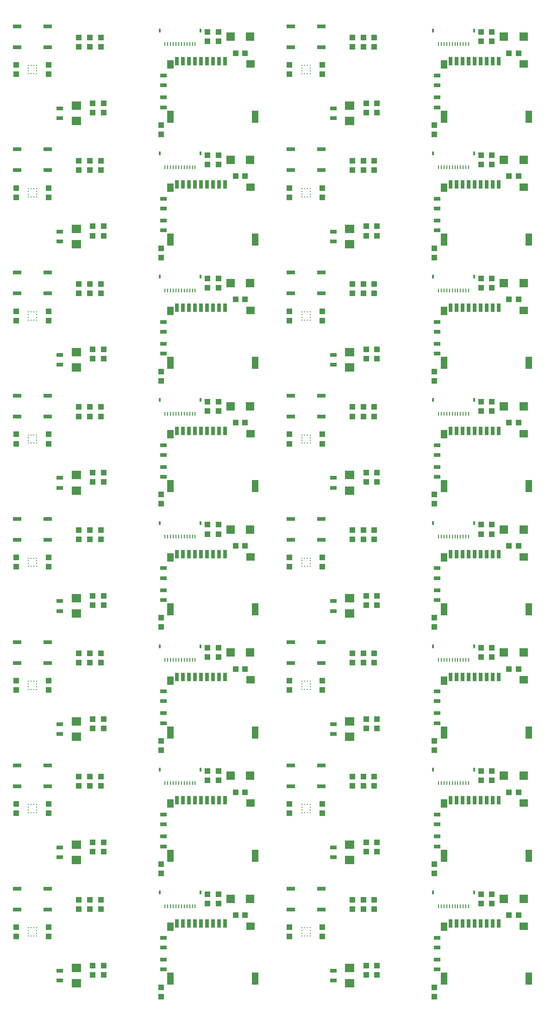
<source format=gtp>
G04 EAGLE Gerber RS-274X export*
G75*
%MOMM*%
%FSLAX34Y34*%
%LPD*%
%INSolderpaste Top*%
%IPPOS*%
%AMOC8*
5,1,8,0,0,1.08239X$1,22.5*%
G01*
%ADD10R,1.200000X0.800000*%
%ADD11R,1.000000X1.100000*%
%ADD12R,1.800000X1.600000*%
%ADD13R,1.100000X1.000000*%
%ADD14R,1.500000X1.600000*%
%ADD15R,0.400000X0.800000*%
%ADD16R,0.250000X0.650000*%
%ADD17R,0.250000X0.275000*%
%ADD18R,0.275000X0.250000*%
%ADD19R,1.524000X0.762000*%
%ADD20R,0.700000X1.600000*%
%ADD21R,1.200000X2.200000*%
%ADD22R,1.600000X1.400000*%
%ADD23R,1.200000X1.600000*%


D10*
X117500Y59000D03*
X117500Y41000D03*
X307500Y119000D03*
X307500Y101000D03*
X307500Y61000D03*
X307500Y79000D03*
D11*
X197500Y68500D03*
X197500Y51500D03*
D12*
X147500Y64000D03*
X147500Y36000D03*
D11*
X177500Y51500D03*
X177500Y68500D03*
X302500Y28500D03*
X302500Y11500D03*
X192500Y171500D03*
X192500Y188500D03*
X152500Y171500D03*
X152500Y188500D03*
X172500Y188500D03*
X172500Y171500D03*
X387500Y181500D03*
X387500Y198500D03*
D13*
X439000Y160000D03*
X456000Y160000D03*
D14*
X429500Y190000D03*
X465500Y190000D03*
D11*
X407500Y181500D03*
X407500Y198500D03*
D15*
X375000Y201500D03*
D16*
X365000Y176500D03*
X360000Y176500D03*
D15*
X300000Y201500D03*
D16*
X355000Y176500D03*
X350000Y176500D03*
X345000Y176500D03*
X340000Y176500D03*
X335000Y176500D03*
X330000Y176500D03*
X325000Y176500D03*
X320000Y176500D03*
X315000Y176500D03*
X310000Y176500D03*
D17*
X65000Y122500D03*
X70000Y122500D03*
X70000Y137500D03*
X65000Y137500D03*
D18*
X60000Y137500D03*
X60000Y132500D03*
X60000Y122500D03*
X60000Y127500D03*
X75000Y122500D03*
X75000Y127500D03*
X75000Y132500D03*
X75000Y137500D03*
D11*
X37500Y121500D03*
X37500Y138500D03*
X97500Y121500D03*
X97500Y138500D03*
D19*
X95440Y170950D03*
X39560Y170950D03*
X95440Y209050D03*
X39560Y209050D03*
D20*
X398000Y145000D03*
X409000Y145000D03*
X420000Y145000D03*
X387000Y145000D03*
X376000Y145000D03*
X365000Y145000D03*
X354000Y145000D03*
X343000Y145000D03*
X332000Y145000D03*
D21*
X475000Y44000D03*
X320000Y44000D03*
D22*
X466000Y140000D03*
D23*
X320000Y139000D03*
D10*
X617575Y59000D03*
X617575Y41000D03*
X807575Y119000D03*
X807575Y101000D03*
X807575Y61000D03*
X807575Y79000D03*
D11*
X697575Y68500D03*
X697575Y51500D03*
D12*
X647575Y64000D03*
X647575Y36000D03*
D11*
X677575Y51500D03*
X677575Y68500D03*
X802575Y28500D03*
X802575Y11500D03*
X692575Y171500D03*
X692575Y188500D03*
X652575Y171500D03*
X652575Y188500D03*
X672575Y188500D03*
X672575Y171500D03*
X887575Y181500D03*
X887575Y198500D03*
D13*
X939075Y160000D03*
X956075Y160000D03*
D14*
X929575Y190000D03*
X965575Y190000D03*
D11*
X907575Y181500D03*
X907575Y198500D03*
D15*
X875075Y201500D03*
D16*
X865075Y176500D03*
X860075Y176500D03*
D15*
X800075Y201500D03*
D16*
X855075Y176500D03*
X850075Y176500D03*
X845075Y176500D03*
X840075Y176500D03*
X835075Y176500D03*
X830075Y176500D03*
X825075Y176500D03*
X820075Y176500D03*
X815075Y176500D03*
X810075Y176500D03*
D17*
X565075Y122500D03*
X570075Y122500D03*
X570075Y137500D03*
X565075Y137500D03*
D18*
X560075Y137500D03*
X560075Y132500D03*
X560075Y122500D03*
X560075Y127500D03*
X575075Y122500D03*
X575075Y127500D03*
X575075Y132500D03*
X575075Y137500D03*
D11*
X537575Y121500D03*
X537575Y138500D03*
X597575Y121500D03*
X597575Y138500D03*
D19*
X595515Y170950D03*
X539635Y170950D03*
X595515Y209050D03*
X539635Y209050D03*
D20*
X898075Y145000D03*
X909075Y145000D03*
X920075Y145000D03*
X887075Y145000D03*
X876075Y145000D03*
X865075Y145000D03*
X854075Y145000D03*
X843075Y145000D03*
X832075Y145000D03*
D21*
X975075Y44000D03*
X820075Y44000D03*
D22*
X966075Y140000D03*
D23*
X820075Y139000D03*
D10*
X117500Y284069D03*
X117500Y266069D03*
X307500Y344069D03*
X307500Y326069D03*
X307500Y286069D03*
X307500Y304069D03*
D11*
X197500Y293569D03*
X197500Y276569D03*
D12*
X147500Y289069D03*
X147500Y261069D03*
D11*
X177500Y276569D03*
X177500Y293569D03*
X302500Y253569D03*
X302500Y236569D03*
X192500Y396569D03*
X192500Y413569D03*
X152500Y396569D03*
X152500Y413569D03*
X172500Y413569D03*
X172500Y396569D03*
X387500Y406569D03*
X387500Y423569D03*
D13*
X439000Y385069D03*
X456000Y385069D03*
D14*
X429500Y415069D03*
X465500Y415069D03*
D11*
X407500Y406569D03*
X407500Y423569D03*
D15*
X375000Y426569D03*
D16*
X365000Y401569D03*
X360000Y401569D03*
D15*
X300000Y426569D03*
D16*
X355000Y401569D03*
X350000Y401569D03*
X345000Y401569D03*
X340000Y401569D03*
X335000Y401569D03*
X330000Y401569D03*
X325000Y401569D03*
X320000Y401569D03*
X315000Y401569D03*
X310000Y401569D03*
D17*
X65000Y347569D03*
X70000Y347569D03*
X70000Y362569D03*
X65000Y362569D03*
D18*
X60000Y362569D03*
X60000Y357569D03*
X60000Y347569D03*
X60000Y352569D03*
X75000Y347569D03*
X75000Y352569D03*
X75000Y357569D03*
X75000Y362569D03*
D11*
X37500Y346569D03*
X37500Y363569D03*
X97500Y346569D03*
X97500Y363569D03*
D19*
X95440Y396019D03*
X39560Y396019D03*
X95440Y434119D03*
X39560Y434119D03*
D20*
X398000Y370069D03*
X409000Y370069D03*
X420000Y370069D03*
X387000Y370069D03*
X376000Y370069D03*
X365000Y370069D03*
X354000Y370069D03*
X343000Y370069D03*
X332000Y370069D03*
D21*
X475000Y269069D03*
X320000Y269069D03*
D22*
X466000Y365069D03*
D23*
X320000Y364069D03*
D10*
X617575Y284069D03*
X617575Y266069D03*
X807575Y344069D03*
X807575Y326069D03*
X807575Y286069D03*
X807575Y304069D03*
D11*
X697575Y293569D03*
X697575Y276569D03*
D12*
X647575Y289069D03*
X647575Y261069D03*
D11*
X677575Y276569D03*
X677575Y293569D03*
X802575Y253569D03*
X802575Y236569D03*
X692575Y396569D03*
X692575Y413569D03*
X652575Y396569D03*
X652575Y413569D03*
X672575Y413569D03*
X672575Y396569D03*
X887575Y406569D03*
X887575Y423569D03*
D13*
X939075Y385069D03*
X956075Y385069D03*
D14*
X929575Y415069D03*
X965575Y415069D03*
D11*
X907575Y406569D03*
X907575Y423569D03*
D15*
X875075Y426569D03*
D16*
X865075Y401569D03*
X860075Y401569D03*
D15*
X800075Y426569D03*
D16*
X855075Y401569D03*
X850075Y401569D03*
X845075Y401569D03*
X840075Y401569D03*
X835075Y401569D03*
X830075Y401569D03*
X825075Y401569D03*
X820075Y401569D03*
X815075Y401569D03*
X810075Y401569D03*
D17*
X565075Y347569D03*
X570075Y347569D03*
X570075Y362569D03*
X565075Y362569D03*
D18*
X560075Y362569D03*
X560075Y357569D03*
X560075Y347569D03*
X560075Y352569D03*
X575075Y347569D03*
X575075Y352569D03*
X575075Y357569D03*
X575075Y362569D03*
D11*
X537575Y346569D03*
X537575Y363569D03*
X597575Y346569D03*
X597575Y363569D03*
D19*
X595515Y396019D03*
X539635Y396019D03*
X595515Y434119D03*
X539635Y434119D03*
D20*
X898075Y370069D03*
X909075Y370069D03*
X920075Y370069D03*
X887075Y370069D03*
X876075Y370069D03*
X865075Y370069D03*
X854075Y370069D03*
X843075Y370069D03*
X832075Y370069D03*
D21*
X975075Y269069D03*
X820075Y269069D03*
D22*
X966075Y365069D03*
D23*
X820075Y364069D03*
D10*
X117500Y509164D03*
X117500Y491164D03*
X307500Y569164D03*
X307500Y551164D03*
X307500Y511164D03*
X307500Y529164D03*
D11*
X197500Y518664D03*
X197500Y501664D03*
D12*
X147500Y514164D03*
X147500Y486164D03*
D11*
X177500Y501664D03*
X177500Y518664D03*
X302500Y478664D03*
X302500Y461664D03*
X192500Y621664D03*
X192500Y638664D03*
X152500Y621664D03*
X152500Y638664D03*
X172500Y638664D03*
X172500Y621664D03*
X387500Y631664D03*
X387500Y648664D03*
D13*
X439000Y610164D03*
X456000Y610164D03*
D14*
X429500Y640164D03*
X465500Y640164D03*
D11*
X407500Y631664D03*
X407500Y648664D03*
D15*
X375000Y651664D03*
D16*
X365000Y626664D03*
X360000Y626664D03*
D15*
X300000Y651664D03*
D16*
X355000Y626664D03*
X350000Y626664D03*
X345000Y626664D03*
X340000Y626664D03*
X335000Y626664D03*
X330000Y626664D03*
X325000Y626664D03*
X320000Y626664D03*
X315000Y626664D03*
X310000Y626664D03*
D17*
X65000Y572664D03*
X70000Y572664D03*
X70000Y587664D03*
X65000Y587664D03*
D18*
X60000Y587664D03*
X60000Y582664D03*
X60000Y572664D03*
X60000Y577664D03*
X75000Y572664D03*
X75000Y577664D03*
X75000Y582664D03*
X75000Y587664D03*
D11*
X37500Y571664D03*
X37500Y588664D03*
X97500Y571664D03*
X97500Y588664D03*
D19*
X95440Y621114D03*
X39560Y621114D03*
X95440Y659214D03*
X39560Y659214D03*
D20*
X398000Y595164D03*
X409000Y595164D03*
X420000Y595164D03*
X387000Y595164D03*
X376000Y595164D03*
X365000Y595164D03*
X354000Y595164D03*
X343000Y595164D03*
X332000Y595164D03*
D21*
X475000Y494164D03*
X320000Y494164D03*
D22*
X466000Y590164D03*
D23*
X320000Y589164D03*
D10*
X617575Y509164D03*
X617575Y491164D03*
X807575Y569164D03*
X807575Y551164D03*
X807575Y511164D03*
X807575Y529164D03*
D11*
X697575Y518664D03*
X697575Y501664D03*
D12*
X647575Y514164D03*
X647575Y486164D03*
D11*
X677575Y501664D03*
X677575Y518664D03*
X802575Y478664D03*
X802575Y461664D03*
X692575Y621664D03*
X692575Y638664D03*
X652575Y621664D03*
X652575Y638664D03*
X672575Y638664D03*
X672575Y621664D03*
X887575Y631664D03*
X887575Y648664D03*
D13*
X939075Y610164D03*
X956075Y610164D03*
D14*
X929575Y640164D03*
X965575Y640164D03*
D11*
X907575Y631664D03*
X907575Y648664D03*
D15*
X875075Y651664D03*
D16*
X865075Y626664D03*
X860075Y626664D03*
D15*
X800075Y651664D03*
D16*
X855075Y626664D03*
X850075Y626664D03*
X845075Y626664D03*
X840075Y626664D03*
X835075Y626664D03*
X830075Y626664D03*
X825075Y626664D03*
X820075Y626664D03*
X815075Y626664D03*
X810075Y626664D03*
D17*
X565075Y572664D03*
X570075Y572664D03*
X570075Y587664D03*
X565075Y587664D03*
D18*
X560075Y587664D03*
X560075Y582664D03*
X560075Y572664D03*
X560075Y577664D03*
X575075Y572664D03*
X575075Y577664D03*
X575075Y582664D03*
X575075Y587664D03*
D11*
X537575Y571664D03*
X537575Y588664D03*
X597575Y571664D03*
X597575Y588664D03*
D19*
X595515Y621114D03*
X539635Y621114D03*
X595515Y659214D03*
X539635Y659214D03*
D20*
X898075Y595164D03*
X909075Y595164D03*
X920075Y595164D03*
X887075Y595164D03*
X876075Y595164D03*
X865075Y595164D03*
X854075Y595164D03*
X843075Y595164D03*
X832075Y595164D03*
D21*
X975075Y494164D03*
X820075Y494164D03*
D22*
X966075Y590164D03*
D23*
X820075Y589164D03*
D10*
X117500Y734234D03*
X117500Y716234D03*
X307500Y794234D03*
X307500Y776234D03*
X307500Y736234D03*
X307500Y754234D03*
D11*
X197500Y743734D03*
X197500Y726734D03*
D12*
X147500Y739234D03*
X147500Y711234D03*
D11*
X177500Y726734D03*
X177500Y743734D03*
X302500Y703734D03*
X302500Y686734D03*
X192500Y846734D03*
X192500Y863734D03*
X152500Y846734D03*
X152500Y863734D03*
X172500Y863734D03*
X172500Y846734D03*
X387500Y856734D03*
X387500Y873734D03*
D13*
X439000Y835234D03*
X456000Y835234D03*
D14*
X429500Y865234D03*
X465500Y865234D03*
D11*
X407500Y856734D03*
X407500Y873734D03*
D15*
X375000Y876734D03*
D16*
X365000Y851734D03*
X360000Y851734D03*
D15*
X300000Y876734D03*
D16*
X355000Y851734D03*
X350000Y851734D03*
X345000Y851734D03*
X340000Y851734D03*
X335000Y851734D03*
X330000Y851734D03*
X325000Y851734D03*
X320000Y851734D03*
X315000Y851734D03*
X310000Y851734D03*
D17*
X65000Y797734D03*
X70000Y797734D03*
X70000Y812734D03*
X65000Y812734D03*
D18*
X60000Y812734D03*
X60000Y807734D03*
X60000Y797734D03*
X60000Y802734D03*
X75000Y797734D03*
X75000Y802734D03*
X75000Y807734D03*
X75000Y812734D03*
D11*
X37500Y796734D03*
X37500Y813734D03*
X97500Y796734D03*
X97500Y813734D03*
D19*
X95440Y846184D03*
X39560Y846184D03*
X95440Y884284D03*
X39560Y884284D03*
D20*
X398000Y820234D03*
X409000Y820234D03*
X420000Y820234D03*
X387000Y820234D03*
X376000Y820234D03*
X365000Y820234D03*
X354000Y820234D03*
X343000Y820234D03*
X332000Y820234D03*
D21*
X475000Y719234D03*
X320000Y719234D03*
D22*
X466000Y815234D03*
D23*
X320000Y814234D03*
D10*
X617575Y734234D03*
X617575Y716234D03*
X807575Y794234D03*
X807575Y776234D03*
X807575Y736234D03*
X807575Y754234D03*
D11*
X697575Y743734D03*
X697575Y726734D03*
D12*
X647575Y739234D03*
X647575Y711234D03*
D11*
X677575Y726734D03*
X677575Y743734D03*
X802575Y703734D03*
X802575Y686734D03*
X692575Y846734D03*
X692575Y863734D03*
X652575Y846734D03*
X652575Y863734D03*
X672575Y863734D03*
X672575Y846734D03*
X887575Y856734D03*
X887575Y873734D03*
D13*
X939075Y835234D03*
X956075Y835234D03*
D14*
X929575Y865234D03*
X965575Y865234D03*
D11*
X907575Y856734D03*
X907575Y873734D03*
D15*
X875075Y876734D03*
D16*
X865075Y851734D03*
X860075Y851734D03*
D15*
X800075Y876734D03*
D16*
X855075Y851734D03*
X850075Y851734D03*
X845075Y851734D03*
X840075Y851734D03*
X835075Y851734D03*
X830075Y851734D03*
X825075Y851734D03*
X820075Y851734D03*
X815075Y851734D03*
X810075Y851734D03*
D17*
X565075Y797734D03*
X570075Y797734D03*
X570075Y812734D03*
X565075Y812734D03*
D18*
X560075Y812734D03*
X560075Y807734D03*
X560075Y797734D03*
X560075Y802734D03*
X575075Y797734D03*
X575075Y802734D03*
X575075Y807734D03*
X575075Y812734D03*
D11*
X537575Y796734D03*
X537575Y813734D03*
X597575Y796734D03*
X597575Y813734D03*
D19*
X595515Y846184D03*
X539635Y846184D03*
X595515Y884284D03*
X539635Y884284D03*
D20*
X898075Y820234D03*
X909075Y820234D03*
X920075Y820234D03*
X887075Y820234D03*
X876075Y820234D03*
X865075Y820234D03*
X854075Y820234D03*
X843075Y820234D03*
X832075Y820234D03*
D21*
X975075Y719234D03*
X820075Y719234D03*
D22*
X966075Y815234D03*
D23*
X820075Y814234D03*
D10*
X117500Y959328D03*
X117500Y941328D03*
X307500Y1019328D03*
X307500Y1001328D03*
X307500Y961328D03*
X307500Y979328D03*
D11*
X197500Y968828D03*
X197500Y951828D03*
D12*
X147500Y964328D03*
X147500Y936328D03*
D11*
X177500Y951828D03*
X177500Y968828D03*
X302500Y928828D03*
X302500Y911828D03*
X192500Y1071828D03*
X192500Y1088828D03*
X152500Y1071828D03*
X152500Y1088828D03*
X172500Y1088828D03*
X172500Y1071828D03*
X387500Y1081828D03*
X387500Y1098828D03*
D13*
X439000Y1060328D03*
X456000Y1060328D03*
D14*
X429500Y1090328D03*
X465500Y1090328D03*
D11*
X407500Y1081828D03*
X407500Y1098828D03*
D15*
X375000Y1101828D03*
D16*
X365000Y1076828D03*
X360000Y1076828D03*
D15*
X300000Y1101828D03*
D16*
X355000Y1076828D03*
X350000Y1076828D03*
X345000Y1076828D03*
X340000Y1076828D03*
X335000Y1076828D03*
X330000Y1076828D03*
X325000Y1076828D03*
X320000Y1076828D03*
X315000Y1076828D03*
X310000Y1076828D03*
D17*
X65000Y1022828D03*
X70000Y1022828D03*
X70000Y1037828D03*
X65000Y1037828D03*
D18*
X60000Y1037828D03*
X60000Y1032828D03*
X60000Y1022828D03*
X60000Y1027828D03*
X75000Y1022828D03*
X75000Y1027828D03*
X75000Y1032828D03*
X75000Y1037828D03*
D11*
X37500Y1021828D03*
X37500Y1038828D03*
X97500Y1021828D03*
X97500Y1038828D03*
D19*
X95440Y1071278D03*
X39560Y1071278D03*
X95440Y1109378D03*
X39560Y1109378D03*
D20*
X398000Y1045328D03*
X409000Y1045328D03*
X420000Y1045328D03*
X387000Y1045328D03*
X376000Y1045328D03*
X365000Y1045328D03*
X354000Y1045328D03*
X343000Y1045328D03*
X332000Y1045328D03*
D21*
X475000Y944328D03*
X320000Y944328D03*
D22*
X466000Y1040328D03*
D23*
X320000Y1039328D03*
D10*
X617575Y959328D03*
X617575Y941328D03*
X807575Y1019328D03*
X807575Y1001328D03*
X807575Y961328D03*
X807575Y979328D03*
D11*
X697575Y968828D03*
X697575Y951828D03*
D12*
X647575Y964328D03*
X647575Y936328D03*
D11*
X677575Y951828D03*
X677575Y968828D03*
X802575Y928828D03*
X802575Y911828D03*
X692575Y1071828D03*
X692575Y1088828D03*
X652575Y1071828D03*
X652575Y1088828D03*
X672575Y1088828D03*
X672575Y1071828D03*
X887575Y1081828D03*
X887575Y1098828D03*
D13*
X939075Y1060328D03*
X956075Y1060328D03*
D14*
X929575Y1090328D03*
X965575Y1090328D03*
D11*
X907575Y1081828D03*
X907575Y1098828D03*
D15*
X875075Y1101828D03*
D16*
X865075Y1076828D03*
X860075Y1076828D03*
D15*
X800075Y1101828D03*
D16*
X855075Y1076828D03*
X850075Y1076828D03*
X845075Y1076828D03*
X840075Y1076828D03*
X835075Y1076828D03*
X830075Y1076828D03*
X825075Y1076828D03*
X820075Y1076828D03*
X815075Y1076828D03*
X810075Y1076828D03*
D17*
X565075Y1022828D03*
X570075Y1022828D03*
X570075Y1037828D03*
X565075Y1037828D03*
D18*
X560075Y1037828D03*
X560075Y1032828D03*
X560075Y1022828D03*
X560075Y1027828D03*
X575075Y1022828D03*
X575075Y1027828D03*
X575075Y1032828D03*
X575075Y1037828D03*
D11*
X537575Y1021828D03*
X537575Y1038828D03*
X597575Y1021828D03*
X597575Y1038828D03*
D19*
X595515Y1071278D03*
X539635Y1071278D03*
X595515Y1109378D03*
X539635Y1109378D03*
D20*
X898075Y1045328D03*
X909075Y1045328D03*
X920075Y1045328D03*
X887075Y1045328D03*
X876075Y1045328D03*
X865075Y1045328D03*
X854075Y1045328D03*
X843075Y1045328D03*
X832075Y1045328D03*
D21*
X975075Y944328D03*
X820075Y944328D03*
D22*
X966075Y1040328D03*
D23*
X820075Y1039328D03*
D10*
X117500Y1184398D03*
X117500Y1166398D03*
X307500Y1244398D03*
X307500Y1226398D03*
X307500Y1186398D03*
X307500Y1204398D03*
D11*
X197500Y1193898D03*
X197500Y1176898D03*
D12*
X147500Y1189398D03*
X147500Y1161398D03*
D11*
X177500Y1176898D03*
X177500Y1193898D03*
X302500Y1153898D03*
X302500Y1136898D03*
X192500Y1296898D03*
X192500Y1313898D03*
X152500Y1296898D03*
X152500Y1313898D03*
X172500Y1313898D03*
X172500Y1296898D03*
X387500Y1306898D03*
X387500Y1323898D03*
D13*
X439000Y1285398D03*
X456000Y1285398D03*
D14*
X429500Y1315398D03*
X465500Y1315398D03*
D11*
X407500Y1306898D03*
X407500Y1323898D03*
D15*
X375000Y1326898D03*
D16*
X365000Y1301898D03*
X360000Y1301898D03*
D15*
X300000Y1326898D03*
D16*
X355000Y1301898D03*
X350000Y1301898D03*
X345000Y1301898D03*
X340000Y1301898D03*
X335000Y1301898D03*
X330000Y1301898D03*
X325000Y1301898D03*
X320000Y1301898D03*
X315000Y1301898D03*
X310000Y1301898D03*
D17*
X65000Y1247898D03*
X70000Y1247898D03*
X70000Y1262898D03*
X65000Y1262898D03*
D18*
X60000Y1262898D03*
X60000Y1257898D03*
X60000Y1247898D03*
X60000Y1252898D03*
X75000Y1247898D03*
X75000Y1252898D03*
X75000Y1257898D03*
X75000Y1262898D03*
D11*
X37500Y1246898D03*
X37500Y1263898D03*
X97500Y1246898D03*
X97500Y1263898D03*
D19*
X95440Y1296348D03*
X39560Y1296348D03*
X95440Y1334448D03*
X39560Y1334448D03*
D20*
X398000Y1270398D03*
X409000Y1270398D03*
X420000Y1270398D03*
X387000Y1270398D03*
X376000Y1270398D03*
X365000Y1270398D03*
X354000Y1270398D03*
X343000Y1270398D03*
X332000Y1270398D03*
D21*
X475000Y1169398D03*
X320000Y1169398D03*
D22*
X466000Y1265398D03*
D23*
X320000Y1264398D03*
D10*
X617575Y1184398D03*
X617575Y1166398D03*
X807575Y1244398D03*
X807575Y1226398D03*
X807575Y1186398D03*
X807575Y1204398D03*
D11*
X697575Y1193898D03*
X697575Y1176898D03*
D12*
X647575Y1189398D03*
X647575Y1161398D03*
D11*
X677575Y1176898D03*
X677575Y1193898D03*
X802575Y1153898D03*
X802575Y1136898D03*
X692575Y1296898D03*
X692575Y1313898D03*
X652575Y1296898D03*
X652575Y1313898D03*
X672575Y1313898D03*
X672575Y1296898D03*
X887575Y1306898D03*
X887575Y1323898D03*
D13*
X939075Y1285398D03*
X956075Y1285398D03*
D14*
X929575Y1315398D03*
X965575Y1315398D03*
D11*
X907575Y1306898D03*
X907575Y1323898D03*
D15*
X875075Y1326898D03*
D16*
X865075Y1301898D03*
X860075Y1301898D03*
D15*
X800075Y1326898D03*
D16*
X855075Y1301898D03*
X850075Y1301898D03*
X845075Y1301898D03*
X840075Y1301898D03*
X835075Y1301898D03*
X830075Y1301898D03*
X825075Y1301898D03*
X820075Y1301898D03*
X815075Y1301898D03*
X810075Y1301898D03*
D17*
X565075Y1247898D03*
X570075Y1247898D03*
X570075Y1262898D03*
X565075Y1262898D03*
D18*
X560075Y1262898D03*
X560075Y1257898D03*
X560075Y1247898D03*
X560075Y1252898D03*
X575075Y1247898D03*
X575075Y1252898D03*
X575075Y1257898D03*
X575075Y1262898D03*
D11*
X537575Y1246898D03*
X537575Y1263898D03*
X597575Y1246898D03*
X597575Y1263898D03*
D19*
X595515Y1296348D03*
X539635Y1296348D03*
X595515Y1334448D03*
X539635Y1334448D03*
D20*
X898075Y1270398D03*
X909075Y1270398D03*
X920075Y1270398D03*
X887075Y1270398D03*
X876075Y1270398D03*
X865075Y1270398D03*
X854075Y1270398D03*
X843075Y1270398D03*
X832075Y1270398D03*
D21*
X975075Y1169398D03*
X820075Y1169398D03*
D22*
X966075Y1265398D03*
D23*
X820075Y1264398D03*
D10*
X117500Y1409493D03*
X117500Y1391493D03*
X307500Y1469493D03*
X307500Y1451493D03*
X307500Y1411493D03*
X307500Y1429493D03*
D11*
X197500Y1418993D03*
X197500Y1401993D03*
D12*
X147500Y1414493D03*
X147500Y1386493D03*
D11*
X177500Y1401993D03*
X177500Y1418993D03*
X302500Y1378993D03*
X302500Y1361993D03*
X192500Y1521993D03*
X192500Y1538993D03*
X152500Y1521993D03*
X152500Y1538993D03*
X172500Y1538993D03*
X172500Y1521993D03*
X387500Y1531993D03*
X387500Y1548993D03*
D13*
X439000Y1510493D03*
X456000Y1510493D03*
D14*
X429500Y1540493D03*
X465500Y1540493D03*
D11*
X407500Y1531993D03*
X407500Y1548993D03*
D15*
X375000Y1551993D03*
D16*
X365000Y1526993D03*
X360000Y1526993D03*
D15*
X300000Y1551993D03*
D16*
X355000Y1526993D03*
X350000Y1526993D03*
X345000Y1526993D03*
X340000Y1526993D03*
X335000Y1526993D03*
X330000Y1526993D03*
X325000Y1526993D03*
X320000Y1526993D03*
X315000Y1526993D03*
X310000Y1526993D03*
D17*
X65000Y1472993D03*
X70000Y1472993D03*
X70000Y1487993D03*
X65000Y1487993D03*
D18*
X60000Y1487993D03*
X60000Y1482993D03*
X60000Y1472993D03*
X60000Y1477993D03*
X75000Y1472993D03*
X75000Y1477993D03*
X75000Y1482993D03*
X75000Y1487993D03*
D11*
X37500Y1471993D03*
X37500Y1488993D03*
X97500Y1471993D03*
X97500Y1488993D03*
D19*
X95440Y1521443D03*
X39560Y1521443D03*
X95440Y1559543D03*
X39560Y1559543D03*
D20*
X398000Y1495493D03*
X409000Y1495493D03*
X420000Y1495493D03*
X387000Y1495493D03*
X376000Y1495493D03*
X365000Y1495493D03*
X354000Y1495493D03*
X343000Y1495493D03*
X332000Y1495493D03*
D21*
X475000Y1394493D03*
X320000Y1394493D03*
D22*
X466000Y1490493D03*
D23*
X320000Y1489493D03*
D10*
X617575Y1409493D03*
X617575Y1391493D03*
X807575Y1469493D03*
X807575Y1451493D03*
X807575Y1411493D03*
X807575Y1429493D03*
D11*
X697575Y1418993D03*
X697575Y1401993D03*
D12*
X647575Y1414493D03*
X647575Y1386493D03*
D11*
X677575Y1401993D03*
X677575Y1418993D03*
X802575Y1378993D03*
X802575Y1361993D03*
X692575Y1521993D03*
X692575Y1538993D03*
X652575Y1521993D03*
X652575Y1538993D03*
X672575Y1538993D03*
X672575Y1521993D03*
X887575Y1531993D03*
X887575Y1548993D03*
D13*
X939075Y1510493D03*
X956075Y1510493D03*
D14*
X929575Y1540493D03*
X965575Y1540493D03*
D11*
X907575Y1531993D03*
X907575Y1548993D03*
D15*
X875075Y1551993D03*
D16*
X865075Y1526993D03*
X860075Y1526993D03*
D15*
X800075Y1551993D03*
D16*
X855075Y1526993D03*
X850075Y1526993D03*
X845075Y1526993D03*
X840075Y1526993D03*
X835075Y1526993D03*
X830075Y1526993D03*
X825075Y1526993D03*
X820075Y1526993D03*
X815075Y1526993D03*
X810075Y1526993D03*
D17*
X565075Y1472993D03*
X570075Y1472993D03*
X570075Y1487993D03*
X565075Y1487993D03*
D18*
X560075Y1487993D03*
X560075Y1482993D03*
X560075Y1472993D03*
X560075Y1477993D03*
X575075Y1472993D03*
X575075Y1477993D03*
X575075Y1482993D03*
X575075Y1487993D03*
D11*
X537575Y1471993D03*
X537575Y1488993D03*
X597575Y1471993D03*
X597575Y1488993D03*
D19*
X595515Y1521443D03*
X539635Y1521443D03*
X595515Y1559543D03*
X539635Y1559543D03*
D20*
X898075Y1495493D03*
X909075Y1495493D03*
X920075Y1495493D03*
X887075Y1495493D03*
X876075Y1495493D03*
X865075Y1495493D03*
X854075Y1495493D03*
X843075Y1495493D03*
X832075Y1495493D03*
D21*
X975075Y1394493D03*
X820075Y1394493D03*
D22*
X966075Y1490493D03*
D23*
X820075Y1489493D03*
D10*
X117500Y1634562D03*
X117500Y1616562D03*
X307500Y1694562D03*
X307500Y1676562D03*
X307500Y1636562D03*
X307500Y1654562D03*
D11*
X197500Y1644062D03*
X197500Y1627062D03*
D12*
X147500Y1639562D03*
X147500Y1611562D03*
D11*
X177500Y1627062D03*
X177500Y1644062D03*
X302500Y1604062D03*
X302500Y1587062D03*
X192500Y1747062D03*
X192500Y1764062D03*
X152500Y1747062D03*
X152500Y1764062D03*
X172500Y1764062D03*
X172500Y1747062D03*
X387500Y1757062D03*
X387500Y1774062D03*
D13*
X439000Y1735562D03*
X456000Y1735562D03*
D14*
X429500Y1765562D03*
X465500Y1765562D03*
D11*
X407500Y1757062D03*
X407500Y1774062D03*
D15*
X375000Y1777062D03*
D16*
X365000Y1752062D03*
X360000Y1752062D03*
D15*
X300000Y1777062D03*
D16*
X355000Y1752062D03*
X350000Y1752062D03*
X345000Y1752062D03*
X340000Y1752062D03*
X335000Y1752062D03*
X330000Y1752062D03*
X325000Y1752062D03*
X320000Y1752062D03*
X315000Y1752062D03*
X310000Y1752062D03*
D17*
X65000Y1698062D03*
X70000Y1698062D03*
X70000Y1713062D03*
X65000Y1713062D03*
D18*
X60000Y1713062D03*
X60000Y1708062D03*
X60000Y1698062D03*
X60000Y1703062D03*
X75000Y1698062D03*
X75000Y1703062D03*
X75000Y1708062D03*
X75000Y1713062D03*
D11*
X37500Y1697062D03*
X37500Y1714062D03*
X97500Y1697062D03*
X97500Y1714062D03*
D19*
X95440Y1746512D03*
X39560Y1746512D03*
X95440Y1784612D03*
X39560Y1784612D03*
D20*
X398000Y1720562D03*
X409000Y1720562D03*
X420000Y1720562D03*
X387000Y1720562D03*
X376000Y1720562D03*
X365000Y1720562D03*
X354000Y1720562D03*
X343000Y1720562D03*
X332000Y1720562D03*
D21*
X475000Y1619562D03*
X320000Y1619562D03*
D22*
X466000Y1715562D03*
D23*
X320000Y1714562D03*
D10*
X617575Y1634562D03*
X617575Y1616562D03*
X807575Y1694562D03*
X807575Y1676562D03*
X807575Y1636562D03*
X807575Y1654562D03*
D11*
X697575Y1644062D03*
X697575Y1627062D03*
D12*
X647575Y1639562D03*
X647575Y1611562D03*
D11*
X677575Y1627062D03*
X677575Y1644062D03*
X802575Y1604062D03*
X802575Y1587062D03*
X692575Y1747062D03*
X692575Y1764062D03*
X652575Y1747062D03*
X652575Y1764062D03*
X672575Y1764062D03*
X672575Y1747062D03*
X887575Y1757062D03*
X887575Y1774062D03*
D13*
X939075Y1735562D03*
X956075Y1735562D03*
D14*
X929575Y1765562D03*
X965575Y1765562D03*
D11*
X907575Y1757062D03*
X907575Y1774062D03*
D15*
X875075Y1777062D03*
D16*
X865075Y1752062D03*
X860075Y1752062D03*
D15*
X800075Y1777062D03*
D16*
X855075Y1752062D03*
X850075Y1752062D03*
X845075Y1752062D03*
X840075Y1752062D03*
X835075Y1752062D03*
X830075Y1752062D03*
X825075Y1752062D03*
X820075Y1752062D03*
X815075Y1752062D03*
X810075Y1752062D03*
D17*
X565075Y1698062D03*
X570075Y1698062D03*
X570075Y1713062D03*
X565075Y1713062D03*
D18*
X560075Y1713062D03*
X560075Y1708062D03*
X560075Y1698062D03*
X560075Y1703062D03*
X575075Y1698062D03*
X575075Y1703062D03*
X575075Y1708062D03*
X575075Y1713062D03*
D11*
X537575Y1697062D03*
X537575Y1714062D03*
X597575Y1697062D03*
X597575Y1714062D03*
D19*
X595515Y1746512D03*
X539635Y1746512D03*
X595515Y1784612D03*
X539635Y1784612D03*
D20*
X898075Y1720562D03*
X909075Y1720562D03*
X920075Y1720562D03*
X887075Y1720562D03*
X876075Y1720562D03*
X865075Y1720562D03*
X854075Y1720562D03*
X843075Y1720562D03*
X832075Y1720562D03*
D21*
X975075Y1619562D03*
X820075Y1619562D03*
D22*
X966075Y1715562D03*
D23*
X820075Y1714562D03*
M02*

</source>
